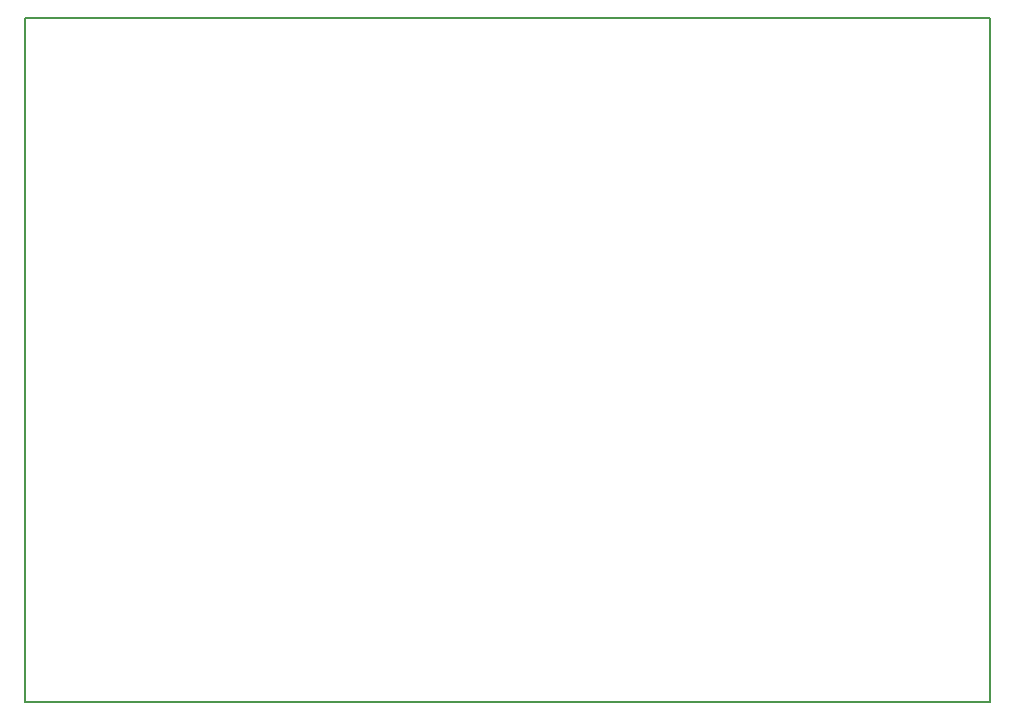
<source format=gbr>
G04 #@! TF.GenerationSoftware,KiCad,Pcbnew,(5.1.6)-1*
G04 #@! TF.CreationDate,2020-10-15T22:30:15-04:00*
G04 #@! TF.ProjectId,electronique_drone,656c6563-7472-46f6-9e69-7175655f6472,3*
G04 #@! TF.SameCoordinates,Original*
G04 #@! TF.FileFunction,Profile,NP*
%FSLAX46Y46*%
G04 Gerber Fmt 4.6, Leading zero omitted, Abs format (unit mm)*
G04 Created by KiCad (PCBNEW (5.1.6)-1) date 2020-10-15 22:30:15*
%MOMM*%
%LPD*%
G01*
G04 APERTURE LIST*
G04 #@! TA.AperFunction,Profile*
%ADD10C,0.150000*%
G04 #@! TD*
G04 APERTURE END LIST*
D10*
X64269620Y-121851420D02*
X64234060Y-63980060D01*
X145930620Y-121864120D02*
X64269620Y-121851420D01*
X145940780Y-63969900D02*
X145930620Y-121864120D01*
X64234060Y-63980060D02*
X145940780Y-63969900D01*
M02*

</source>
